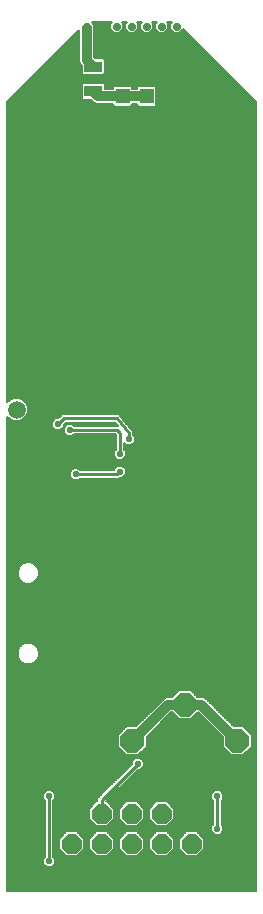
<source format=gbl>
G75*
%MOIN*%
%OFA0B0*%
%FSLAX25Y25*%
%IPPOS*%
%LPD*%
%AMOC8*
5,1,8,0,0,1.08239X$1,22.5*
%
%ADD10OC8,0.06600*%
%ADD11OC8,0.02560*%
%ADD12C,0.05906*%
%ADD13OC8,0.07800*%
%ADD14R,0.06000X0.03800*%
%ADD15R,0.12598X0.02756*%
%ADD16R,0.04528X0.05118*%
%ADD17C,0.01000*%
%ADD18C,0.02181*%
%ADD19C,0.00630*%
%ADD20C,0.03200*%
D10*
X0094504Y0066197D03*
X0094504Y0076197D03*
X0104504Y0076197D03*
X0104504Y0066197D03*
X0114504Y0066197D03*
X0114504Y0076197D03*
X0124504Y0076197D03*
X0124504Y0066197D03*
X0134504Y0066197D03*
X0134504Y0076197D03*
D11*
X0129504Y0338559D03*
X0124504Y0338559D03*
X0119504Y0338559D03*
X0114504Y0338559D03*
X0109504Y0338559D03*
X0104504Y0338559D03*
X0099504Y0338559D03*
D12*
X0076118Y0235567D03*
X0076118Y0210961D03*
D13*
X0114720Y0307535D03*
X0132220Y0295535D03*
X0149720Y0307535D03*
X0132220Y0112535D03*
X0114720Y0100535D03*
X0149720Y0100535D03*
D14*
X0101709Y0317097D03*
X0101709Y0325297D03*
D15*
X0115488Y0321197D03*
D16*
X0119524Y0315390D03*
X0111453Y0315390D03*
X0111453Y0327004D03*
X0119524Y0327004D03*
D17*
X0099504Y0338230D02*
X0099504Y0338559D01*
X0091866Y0208008D02*
X0109583Y0208008D01*
X0113520Y0203087D01*
X0113520Y0201118D01*
X0110567Y0203087D02*
X0110567Y0196197D01*
X0110567Y0190291D02*
X0109583Y0189307D01*
X0095803Y0189307D01*
X0093835Y0204071D02*
X0109583Y0204071D01*
X0110567Y0203087D01*
X0091866Y0208008D02*
X0089898Y0206039D01*
X0116472Y0092850D02*
X0104504Y0080882D01*
X0104504Y0076197D01*
X0086945Y0082024D02*
X0086945Y0060370D01*
X0143047Y0071197D02*
X0143047Y0082024D01*
D18*
X0143047Y0082024D03*
X0143047Y0071197D03*
X0116472Y0092850D03*
X0086945Y0082024D03*
X0086945Y0060370D03*
X0095803Y0189307D03*
X0098756Y0193244D03*
X0100724Y0196197D03*
X0098756Y0199150D03*
X0102693Y0199150D03*
X0102693Y0193244D03*
X0110567Y0190291D03*
X0110567Y0196197D03*
X0113520Y0201118D03*
X0093835Y0204071D03*
X0089898Y0206039D03*
X0105646Y0307417D03*
D19*
X0073012Y0208597D02*
X0073012Y0050374D01*
X0155996Y0050374D01*
X0155996Y0313555D01*
X0131699Y0337852D01*
X0131699Y0337650D01*
X0130413Y0336364D01*
X0128595Y0336364D01*
X0127309Y0337650D01*
X0127309Y0339468D01*
X0127892Y0340051D01*
X0126116Y0340051D01*
X0126699Y0339468D01*
X0126699Y0337650D01*
X0125413Y0336364D01*
X0123595Y0336364D01*
X0122309Y0337650D01*
X0122309Y0339468D01*
X0122892Y0340051D01*
X0121116Y0340051D01*
X0121699Y0339468D01*
X0121699Y0337650D01*
X0120413Y0336364D01*
X0118595Y0336364D01*
X0117309Y0337650D01*
X0117309Y0339468D01*
X0117892Y0340051D01*
X0116116Y0340051D01*
X0116699Y0339468D01*
X0116699Y0337650D01*
X0115413Y0336364D01*
X0113595Y0336364D01*
X0112309Y0337650D01*
X0112309Y0339468D01*
X0112892Y0340051D01*
X0111116Y0340051D01*
X0111699Y0339468D01*
X0111699Y0337650D01*
X0110413Y0336364D01*
X0108595Y0336364D01*
X0107309Y0337650D01*
X0107309Y0339468D01*
X0107892Y0340051D01*
X0101240Y0340051D01*
X0101636Y0339655D01*
X0102019Y0338730D01*
X0102019Y0328543D01*
X0102450Y0328112D01*
X0105088Y0328112D01*
X0105624Y0327576D01*
X0105624Y0323018D01*
X0105088Y0322482D01*
X0098330Y0322482D01*
X0097794Y0323018D01*
X0097794Y0325655D01*
X0097372Y0326077D01*
X0096989Y0327001D01*
X0096989Y0337532D01*
X0073012Y0313555D01*
X0073012Y0213324D01*
X0073927Y0214240D01*
X0075349Y0214828D01*
X0076887Y0214828D01*
X0078309Y0214240D01*
X0079397Y0213152D01*
X0079986Y0211730D01*
X0079986Y0210191D01*
X0079397Y0208770D01*
X0078309Y0207682D01*
X0076887Y0207093D01*
X0075349Y0207093D01*
X0073927Y0207682D01*
X0073012Y0208597D01*
X0073012Y0208181D02*
X0073428Y0208181D01*
X0073012Y0207552D02*
X0074239Y0207552D01*
X0073012Y0206924D02*
X0087946Y0206924D01*
X0087892Y0206870D02*
X0087892Y0205209D01*
X0089067Y0204034D01*
X0090728Y0204034D01*
X0091903Y0205209D01*
X0091903Y0206044D01*
X0092452Y0206593D01*
X0108903Y0206593D01*
X0109788Y0205486D01*
X0095256Y0205486D01*
X0094665Y0206076D01*
X0093004Y0206076D01*
X0091829Y0204902D01*
X0091829Y0203240D01*
X0093004Y0202065D01*
X0094665Y0202065D01*
X0095256Y0202656D01*
X0108997Y0202656D01*
X0109152Y0202501D01*
X0109152Y0197618D01*
X0108561Y0197028D01*
X0108561Y0195366D01*
X0109736Y0194191D01*
X0111398Y0194191D01*
X0112572Y0195366D01*
X0112572Y0197028D01*
X0111982Y0197618D01*
X0111982Y0199820D01*
X0112689Y0199113D01*
X0114350Y0199113D01*
X0115525Y0200287D01*
X0115525Y0201949D01*
X0114935Y0202539D01*
X0114935Y0203008D01*
X0114991Y0203513D01*
X0114935Y0203583D01*
X0114935Y0203673D01*
X0114576Y0204032D01*
X0110998Y0208504D01*
X0110998Y0208594D01*
X0110639Y0208953D01*
X0110321Y0209349D01*
X0110232Y0209359D01*
X0110169Y0209423D01*
X0109661Y0209423D01*
X0109156Y0209479D01*
X0109086Y0209423D01*
X0091280Y0209423D01*
X0090451Y0208594D01*
X0089902Y0208045D01*
X0089067Y0208045D01*
X0087892Y0206870D01*
X0087892Y0206296D02*
X0073012Y0206296D01*
X0073012Y0205667D02*
X0087892Y0205667D01*
X0088062Y0205039D02*
X0073012Y0205039D01*
X0073012Y0204410D02*
X0088690Y0204410D01*
X0091105Y0204410D02*
X0091829Y0204410D01*
X0091829Y0203782D02*
X0073012Y0203782D01*
X0073012Y0203153D02*
X0091916Y0203153D01*
X0092544Y0202525D02*
X0073012Y0202525D01*
X0073012Y0201897D02*
X0109152Y0201897D01*
X0109127Y0202525D02*
X0095125Y0202525D01*
X0095075Y0205667D02*
X0109643Y0205667D01*
X0109140Y0206296D02*
X0092155Y0206296D01*
X0091903Y0205667D02*
X0092595Y0205667D01*
X0091966Y0205039D02*
X0091733Y0205039D01*
X0090038Y0208181D02*
X0078808Y0208181D01*
X0079413Y0208809D02*
X0090667Y0208809D01*
X0088575Y0207552D02*
X0077997Y0207552D01*
X0079674Y0209438D02*
X0109105Y0209438D01*
X0109526Y0209438D02*
X0155996Y0209438D01*
X0155996Y0210066D02*
X0079934Y0210066D01*
X0079986Y0210695D02*
X0155996Y0210695D01*
X0155996Y0211323D02*
X0079986Y0211323D01*
X0079894Y0211952D02*
X0155996Y0211952D01*
X0155996Y0212580D02*
X0079634Y0212580D01*
X0079340Y0213208D02*
X0155996Y0213208D01*
X0155996Y0213837D02*
X0078712Y0213837D01*
X0077764Y0214465D02*
X0155996Y0214465D01*
X0155996Y0215094D02*
X0073012Y0215094D01*
X0073012Y0215722D02*
X0155996Y0215722D01*
X0155996Y0216351D02*
X0073012Y0216351D01*
X0073012Y0216979D02*
X0155996Y0216979D01*
X0155996Y0217607D02*
X0073012Y0217607D01*
X0073012Y0218236D02*
X0155996Y0218236D01*
X0155996Y0218864D02*
X0073012Y0218864D01*
X0073012Y0219493D02*
X0155996Y0219493D01*
X0155996Y0220121D02*
X0073012Y0220121D01*
X0073012Y0220750D02*
X0155996Y0220750D01*
X0155996Y0221378D02*
X0073012Y0221378D01*
X0073012Y0222006D02*
X0155996Y0222006D01*
X0155996Y0222635D02*
X0073012Y0222635D01*
X0073012Y0223263D02*
X0155996Y0223263D01*
X0155996Y0223892D02*
X0073012Y0223892D01*
X0073012Y0224520D02*
X0155996Y0224520D01*
X0155996Y0225149D02*
X0073012Y0225149D01*
X0073012Y0225777D02*
X0155996Y0225777D01*
X0155996Y0226405D02*
X0073012Y0226405D01*
X0073012Y0227034D02*
X0155996Y0227034D01*
X0155996Y0227662D02*
X0073012Y0227662D01*
X0073012Y0228291D02*
X0155996Y0228291D01*
X0155996Y0228919D02*
X0073012Y0228919D01*
X0073012Y0229548D02*
X0155996Y0229548D01*
X0155996Y0230176D02*
X0073012Y0230176D01*
X0073012Y0230805D02*
X0155996Y0230805D01*
X0155996Y0231433D02*
X0073012Y0231433D01*
X0073012Y0232061D02*
X0155996Y0232061D01*
X0155996Y0232690D02*
X0073012Y0232690D01*
X0073012Y0233318D02*
X0155996Y0233318D01*
X0155996Y0233947D02*
X0073012Y0233947D01*
X0073012Y0234575D02*
X0155996Y0234575D01*
X0155996Y0235204D02*
X0073012Y0235204D01*
X0073012Y0235832D02*
X0155996Y0235832D01*
X0155996Y0236460D02*
X0073012Y0236460D01*
X0073012Y0237089D02*
X0155996Y0237089D01*
X0155996Y0237717D02*
X0073012Y0237717D01*
X0073012Y0238346D02*
X0155996Y0238346D01*
X0155996Y0238974D02*
X0073012Y0238974D01*
X0073012Y0239603D02*
X0155996Y0239603D01*
X0155996Y0240231D02*
X0073012Y0240231D01*
X0073012Y0240859D02*
X0155996Y0240859D01*
X0155996Y0241488D02*
X0073012Y0241488D01*
X0073012Y0242116D02*
X0155996Y0242116D01*
X0155996Y0242745D02*
X0073012Y0242745D01*
X0073012Y0243373D02*
X0155996Y0243373D01*
X0155996Y0244002D02*
X0073012Y0244002D01*
X0073012Y0244630D02*
X0155996Y0244630D01*
X0155996Y0245258D02*
X0073012Y0245258D01*
X0073012Y0245887D02*
X0155996Y0245887D01*
X0155996Y0246515D02*
X0073012Y0246515D01*
X0073012Y0247144D02*
X0155996Y0247144D01*
X0155996Y0247772D02*
X0073012Y0247772D01*
X0073012Y0248401D02*
X0155996Y0248401D01*
X0155996Y0249029D02*
X0073012Y0249029D01*
X0073012Y0249657D02*
X0155996Y0249657D01*
X0155996Y0250286D02*
X0073012Y0250286D01*
X0073012Y0250914D02*
X0155996Y0250914D01*
X0155996Y0251543D02*
X0073012Y0251543D01*
X0073012Y0252171D02*
X0155996Y0252171D01*
X0155996Y0252800D02*
X0073012Y0252800D01*
X0073012Y0253428D02*
X0155996Y0253428D01*
X0155996Y0254057D02*
X0073012Y0254057D01*
X0073012Y0254685D02*
X0155996Y0254685D01*
X0155996Y0255313D02*
X0073012Y0255313D01*
X0073012Y0255942D02*
X0155996Y0255942D01*
X0155996Y0256570D02*
X0073012Y0256570D01*
X0073012Y0257199D02*
X0155996Y0257199D01*
X0155996Y0257827D02*
X0073012Y0257827D01*
X0073012Y0258456D02*
X0155996Y0258456D01*
X0155996Y0259084D02*
X0073012Y0259084D01*
X0073012Y0259712D02*
X0155996Y0259712D01*
X0155996Y0260341D02*
X0073012Y0260341D01*
X0073012Y0260969D02*
X0155996Y0260969D01*
X0155996Y0261598D02*
X0073012Y0261598D01*
X0073012Y0262226D02*
X0155996Y0262226D01*
X0155996Y0262855D02*
X0073012Y0262855D01*
X0073012Y0263483D02*
X0155996Y0263483D01*
X0155996Y0264111D02*
X0073012Y0264111D01*
X0073012Y0264740D02*
X0155996Y0264740D01*
X0155996Y0265368D02*
X0073012Y0265368D01*
X0073012Y0265997D02*
X0155996Y0265997D01*
X0155996Y0266625D02*
X0073012Y0266625D01*
X0073012Y0267254D02*
X0155996Y0267254D01*
X0155996Y0267882D02*
X0073012Y0267882D01*
X0073012Y0268510D02*
X0155996Y0268510D01*
X0155996Y0269139D02*
X0073012Y0269139D01*
X0073012Y0269767D02*
X0155996Y0269767D01*
X0155996Y0270396D02*
X0073012Y0270396D01*
X0073012Y0271024D02*
X0155996Y0271024D01*
X0155996Y0271653D02*
X0073012Y0271653D01*
X0073012Y0272281D02*
X0155996Y0272281D01*
X0155996Y0272909D02*
X0073012Y0272909D01*
X0073012Y0273538D02*
X0155996Y0273538D01*
X0155996Y0274166D02*
X0073012Y0274166D01*
X0073012Y0274795D02*
X0155996Y0274795D01*
X0155996Y0275423D02*
X0073012Y0275423D01*
X0073012Y0276052D02*
X0155996Y0276052D01*
X0155996Y0276680D02*
X0073012Y0276680D01*
X0073012Y0277309D02*
X0155996Y0277309D01*
X0155996Y0277937D02*
X0073012Y0277937D01*
X0073012Y0278565D02*
X0155996Y0278565D01*
X0155996Y0279194D02*
X0073012Y0279194D01*
X0073012Y0279822D02*
X0155996Y0279822D01*
X0155996Y0280451D02*
X0073012Y0280451D01*
X0073012Y0281079D02*
X0155996Y0281079D01*
X0155996Y0281708D02*
X0073012Y0281708D01*
X0073012Y0282336D02*
X0155996Y0282336D01*
X0155996Y0282964D02*
X0073012Y0282964D01*
X0073012Y0283593D02*
X0155996Y0283593D01*
X0155996Y0284221D02*
X0073012Y0284221D01*
X0073012Y0284850D02*
X0155996Y0284850D01*
X0155996Y0285478D02*
X0073012Y0285478D01*
X0073012Y0286107D02*
X0155996Y0286107D01*
X0155996Y0286735D02*
X0073012Y0286735D01*
X0073012Y0287363D02*
X0155996Y0287363D01*
X0155996Y0287992D02*
X0073012Y0287992D01*
X0073012Y0288620D02*
X0155996Y0288620D01*
X0155996Y0289249D02*
X0073012Y0289249D01*
X0073012Y0289877D02*
X0155996Y0289877D01*
X0155996Y0290506D02*
X0073012Y0290506D01*
X0073012Y0291134D02*
X0155996Y0291134D01*
X0155996Y0291762D02*
X0073012Y0291762D01*
X0073012Y0292391D02*
X0155996Y0292391D01*
X0155996Y0293019D02*
X0073012Y0293019D01*
X0073012Y0293648D02*
X0155996Y0293648D01*
X0155996Y0294276D02*
X0073012Y0294276D01*
X0073012Y0294905D02*
X0155996Y0294905D01*
X0155996Y0295533D02*
X0073012Y0295533D01*
X0073012Y0296161D02*
X0155996Y0296161D01*
X0155996Y0296790D02*
X0073012Y0296790D01*
X0073012Y0297418D02*
X0155996Y0297418D01*
X0155996Y0298047D02*
X0073012Y0298047D01*
X0073012Y0298675D02*
X0155996Y0298675D01*
X0155996Y0299304D02*
X0073012Y0299304D01*
X0073012Y0299932D02*
X0155996Y0299932D01*
X0155996Y0300561D02*
X0073012Y0300561D01*
X0073012Y0301189D02*
X0155996Y0301189D01*
X0155996Y0301817D02*
X0073012Y0301817D01*
X0073012Y0302446D02*
X0155996Y0302446D01*
X0155996Y0303074D02*
X0073012Y0303074D01*
X0073012Y0303703D02*
X0155996Y0303703D01*
X0155996Y0304331D02*
X0073012Y0304331D01*
X0073012Y0304960D02*
X0155996Y0304960D01*
X0155996Y0305588D02*
X0073012Y0305588D01*
X0073012Y0306216D02*
X0155996Y0306216D01*
X0155996Y0306845D02*
X0073012Y0306845D01*
X0073012Y0307473D02*
X0155996Y0307473D01*
X0155996Y0308102D02*
X0073012Y0308102D01*
X0073012Y0308730D02*
X0155996Y0308730D01*
X0155996Y0309359D02*
X0073012Y0309359D01*
X0073012Y0309987D02*
X0155996Y0309987D01*
X0155996Y0310615D02*
X0073012Y0310615D01*
X0073012Y0311244D02*
X0155996Y0311244D01*
X0155996Y0311872D02*
X0073012Y0311872D01*
X0073012Y0312501D02*
X0108274Y0312501D01*
X0108274Y0312452D02*
X0108810Y0311916D01*
X0114096Y0311916D01*
X0114631Y0312452D01*
X0114631Y0312875D01*
X0116345Y0312875D01*
X0116345Y0312452D01*
X0116881Y0311916D01*
X0122166Y0311916D01*
X0122702Y0312452D01*
X0122702Y0318328D01*
X0122166Y0318864D01*
X0116881Y0318864D01*
X0116345Y0318328D01*
X0116345Y0317905D01*
X0114631Y0317905D01*
X0114631Y0318328D01*
X0114096Y0318864D01*
X0108810Y0318864D01*
X0108274Y0318328D01*
X0108274Y0317905D01*
X0105624Y0317905D01*
X0105624Y0319376D01*
X0105088Y0319912D01*
X0098330Y0319912D01*
X0097794Y0319376D01*
X0097794Y0314818D01*
X0098330Y0314282D01*
X0100967Y0314282D01*
X0101284Y0313965D01*
X0101991Y0313258D01*
X0102915Y0312875D01*
X0108274Y0312875D01*
X0108274Y0312452D01*
X0108274Y0318157D02*
X0105624Y0318157D01*
X0105624Y0318785D02*
X0108731Y0318785D01*
X0105586Y0319413D02*
X0150138Y0319413D01*
X0150766Y0318785D02*
X0122245Y0318785D01*
X0122702Y0318157D02*
X0151395Y0318157D01*
X0152023Y0317528D02*
X0122702Y0317528D01*
X0122702Y0316900D02*
X0152652Y0316900D01*
X0153280Y0316271D02*
X0122702Y0316271D01*
X0122702Y0315643D02*
X0153908Y0315643D01*
X0154537Y0315014D02*
X0122702Y0315014D01*
X0122702Y0314386D02*
X0155165Y0314386D01*
X0155794Y0313758D02*
X0122702Y0313758D01*
X0122702Y0313129D02*
X0155996Y0313129D01*
X0155996Y0312501D02*
X0122702Y0312501D01*
X0116345Y0312501D02*
X0114631Y0312501D01*
X0114631Y0318157D02*
X0116345Y0318157D01*
X0116802Y0318785D02*
X0114174Y0318785D01*
X0105624Y0323184D02*
X0146367Y0323184D01*
X0145739Y0323813D02*
X0105624Y0323813D01*
X0105624Y0324441D02*
X0145110Y0324441D01*
X0144482Y0325069D02*
X0105624Y0325069D01*
X0105624Y0325698D02*
X0143854Y0325698D01*
X0143225Y0326326D02*
X0105624Y0326326D01*
X0105624Y0326955D02*
X0142597Y0326955D01*
X0141968Y0327583D02*
X0105616Y0327583D01*
X0102351Y0328212D02*
X0141340Y0328212D01*
X0140711Y0328840D02*
X0102019Y0328840D01*
X0102019Y0329468D02*
X0140083Y0329468D01*
X0139455Y0330097D02*
X0102019Y0330097D01*
X0102019Y0330725D02*
X0138826Y0330725D01*
X0138198Y0331354D02*
X0102019Y0331354D01*
X0102019Y0331982D02*
X0137569Y0331982D01*
X0136941Y0332611D02*
X0102019Y0332611D01*
X0102019Y0333239D02*
X0136312Y0333239D01*
X0135684Y0333867D02*
X0102019Y0333867D01*
X0102019Y0334496D02*
X0135055Y0334496D01*
X0134427Y0335124D02*
X0102019Y0335124D01*
X0102019Y0335753D02*
X0133799Y0335753D01*
X0133170Y0336381D02*
X0130430Y0336381D01*
X0131059Y0337010D02*
X0132542Y0337010D01*
X0131913Y0337638D02*
X0131687Y0337638D01*
X0128578Y0336381D02*
X0125430Y0336381D01*
X0126059Y0337010D02*
X0127949Y0337010D01*
X0127321Y0337638D02*
X0126687Y0337638D01*
X0126699Y0338266D02*
X0127309Y0338266D01*
X0127309Y0338895D02*
X0126699Y0338895D01*
X0126644Y0339523D02*
X0127364Y0339523D01*
X0123578Y0336381D02*
X0120430Y0336381D01*
X0121059Y0337010D02*
X0122949Y0337010D01*
X0122321Y0337638D02*
X0121687Y0337638D01*
X0121699Y0338266D02*
X0122309Y0338266D01*
X0122309Y0338895D02*
X0121699Y0338895D01*
X0121644Y0339523D02*
X0122364Y0339523D01*
X0118578Y0336381D02*
X0115430Y0336381D01*
X0116059Y0337010D02*
X0117949Y0337010D01*
X0117321Y0337638D02*
X0116687Y0337638D01*
X0116699Y0338266D02*
X0117309Y0338266D01*
X0117309Y0338895D02*
X0116699Y0338895D01*
X0116644Y0339523D02*
X0117364Y0339523D01*
X0113578Y0336381D02*
X0110430Y0336381D01*
X0111059Y0337010D02*
X0112949Y0337010D01*
X0112321Y0337638D02*
X0111687Y0337638D01*
X0111699Y0338266D02*
X0112309Y0338266D01*
X0112309Y0338895D02*
X0111699Y0338895D01*
X0111644Y0339523D02*
X0112364Y0339523D01*
X0108578Y0336381D02*
X0102019Y0336381D01*
X0102019Y0337010D02*
X0107949Y0337010D01*
X0107321Y0337638D02*
X0102019Y0337638D01*
X0102019Y0338266D02*
X0107309Y0338266D01*
X0107309Y0338895D02*
X0101951Y0338895D01*
X0101690Y0339523D02*
X0107364Y0339523D01*
X0096989Y0337010D02*
X0096466Y0337010D01*
X0096989Y0336381D02*
X0095838Y0336381D01*
X0095209Y0335753D02*
X0096989Y0335753D01*
X0096989Y0335124D02*
X0094581Y0335124D01*
X0093952Y0334496D02*
X0096989Y0334496D01*
X0096989Y0333867D02*
X0093324Y0333867D01*
X0092695Y0333239D02*
X0096989Y0333239D01*
X0096989Y0332611D02*
X0092067Y0332611D01*
X0091439Y0331982D02*
X0096989Y0331982D01*
X0096989Y0331354D02*
X0090810Y0331354D01*
X0090182Y0330725D02*
X0096989Y0330725D01*
X0096989Y0330097D02*
X0089553Y0330097D01*
X0088925Y0329468D02*
X0096989Y0329468D01*
X0096989Y0328840D02*
X0088296Y0328840D01*
X0087668Y0328212D02*
X0096989Y0328212D01*
X0096989Y0327583D02*
X0087040Y0327583D01*
X0086411Y0326955D02*
X0097008Y0326955D01*
X0097269Y0326326D02*
X0085783Y0326326D01*
X0085154Y0325698D02*
X0097751Y0325698D01*
X0097794Y0325069D02*
X0084526Y0325069D01*
X0083897Y0324441D02*
X0097794Y0324441D01*
X0097794Y0323813D02*
X0083269Y0323813D01*
X0082641Y0323184D02*
X0097794Y0323184D01*
X0098256Y0322556D02*
X0082012Y0322556D01*
X0081384Y0321927D02*
X0147624Y0321927D01*
X0148253Y0321299D02*
X0080755Y0321299D01*
X0080127Y0320670D02*
X0148881Y0320670D01*
X0149509Y0320042D02*
X0079498Y0320042D01*
X0078870Y0319413D02*
X0097831Y0319413D01*
X0097794Y0318785D02*
X0078242Y0318785D01*
X0077613Y0318157D02*
X0097794Y0318157D01*
X0097794Y0317528D02*
X0076985Y0317528D01*
X0076356Y0316900D02*
X0097794Y0316900D01*
X0097794Y0316271D02*
X0075728Y0316271D01*
X0075099Y0315643D02*
X0097794Y0315643D01*
X0097794Y0315014D02*
X0074471Y0315014D01*
X0073843Y0314386D02*
X0098226Y0314386D01*
X0101491Y0313758D02*
X0073214Y0313758D01*
X0073012Y0313129D02*
X0102301Y0313129D01*
X0105161Y0322556D02*
X0146996Y0322556D01*
X0155996Y0208809D02*
X0110782Y0208809D01*
X0111256Y0208181D02*
X0155996Y0208181D01*
X0155996Y0207552D02*
X0111759Y0207552D01*
X0112262Y0206924D02*
X0155996Y0206924D01*
X0155996Y0206296D02*
X0112764Y0206296D01*
X0113267Y0205667D02*
X0155996Y0205667D01*
X0155996Y0205039D02*
X0113770Y0205039D01*
X0114273Y0204410D02*
X0155996Y0204410D01*
X0155996Y0203782D02*
X0114825Y0203782D01*
X0114951Y0203153D02*
X0155996Y0203153D01*
X0155996Y0202525D02*
X0114949Y0202525D01*
X0115525Y0201897D02*
X0155996Y0201897D01*
X0155996Y0201268D02*
X0115525Y0201268D01*
X0115525Y0200640D02*
X0155996Y0200640D01*
X0155996Y0200011D02*
X0115249Y0200011D01*
X0114621Y0199383D02*
X0155996Y0199383D01*
X0155996Y0198754D02*
X0111982Y0198754D01*
X0111982Y0198126D02*
X0155996Y0198126D01*
X0155996Y0197498D02*
X0112102Y0197498D01*
X0112572Y0196869D02*
X0155996Y0196869D01*
X0155996Y0196241D02*
X0112572Y0196241D01*
X0112572Y0195612D02*
X0155996Y0195612D01*
X0155996Y0194984D02*
X0112190Y0194984D01*
X0111562Y0194355D02*
X0155996Y0194355D01*
X0155996Y0193727D02*
X0073012Y0193727D01*
X0073012Y0194355D02*
X0109572Y0194355D01*
X0108944Y0194984D02*
X0073012Y0194984D01*
X0073012Y0195612D02*
X0108561Y0195612D01*
X0108561Y0196241D02*
X0073012Y0196241D01*
X0073012Y0196869D02*
X0108561Y0196869D01*
X0109031Y0197498D02*
X0073012Y0197498D01*
X0073012Y0198126D02*
X0109152Y0198126D01*
X0109152Y0198754D02*
X0073012Y0198754D01*
X0073012Y0199383D02*
X0109152Y0199383D01*
X0109152Y0200011D02*
X0073012Y0200011D01*
X0073012Y0200640D02*
X0109152Y0200640D01*
X0109152Y0201268D02*
X0073012Y0201268D01*
X0073012Y0193099D02*
X0155996Y0193099D01*
X0155996Y0192470D02*
X0073012Y0192470D01*
X0073012Y0191842D02*
X0109281Y0191842D01*
X0109736Y0192297D02*
X0108561Y0191122D01*
X0108561Y0190722D01*
X0097224Y0190722D01*
X0096634Y0191313D01*
X0094972Y0191313D01*
X0093798Y0190138D01*
X0093798Y0188476D01*
X0094972Y0187302D01*
X0096634Y0187302D01*
X0097224Y0187892D01*
X0110169Y0187892D01*
X0110562Y0188286D01*
X0111398Y0188286D01*
X0112572Y0189461D01*
X0112572Y0191122D01*
X0111398Y0192297D01*
X0109736Y0192297D01*
X0108653Y0191213D02*
X0096733Y0191213D01*
X0094873Y0191213D02*
X0073012Y0191213D01*
X0073012Y0190585D02*
X0094245Y0190585D01*
X0093798Y0189956D02*
X0073012Y0189956D01*
X0073012Y0189328D02*
X0093798Y0189328D01*
X0093798Y0188700D02*
X0073012Y0188700D01*
X0073012Y0188071D02*
X0094203Y0188071D01*
X0094831Y0187443D02*
X0073012Y0187443D01*
X0073012Y0186814D02*
X0155996Y0186814D01*
X0155996Y0186186D02*
X0073012Y0186186D01*
X0073012Y0185557D02*
X0155996Y0185557D01*
X0155996Y0184929D02*
X0073012Y0184929D01*
X0073012Y0184300D02*
X0155996Y0184300D01*
X0155996Y0183672D02*
X0073012Y0183672D01*
X0073012Y0183044D02*
X0155996Y0183044D01*
X0155996Y0182415D02*
X0073012Y0182415D01*
X0073012Y0181787D02*
X0155996Y0181787D01*
X0155996Y0181158D02*
X0073012Y0181158D01*
X0073012Y0180530D02*
X0155996Y0180530D01*
X0155996Y0179901D02*
X0073012Y0179901D01*
X0073012Y0179273D02*
X0155996Y0179273D01*
X0155996Y0178645D02*
X0073012Y0178645D01*
X0073012Y0178016D02*
X0155996Y0178016D01*
X0155996Y0177388D02*
X0073012Y0177388D01*
X0073012Y0176759D02*
X0155996Y0176759D01*
X0155996Y0176131D02*
X0073012Y0176131D01*
X0073012Y0175502D02*
X0155996Y0175502D01*
X0155996Y0174874D02*
X0073012Y0174874D01*
X0073012Y0174246D02*
X0155996Y0174246D01*
X0155996Y0173617D02*
X0073012Y0173617D01*
X0073012Y0172989D02*
X0155996Y0172989D01*
X0155996Y0172360D02*
X0073012Y0172360D01*
X0073012Y0171732D02*
X0155996Y0171732D01*
X0155996Y0171103D02*
X0073012Y0171103D01*
X0073012Y0170475D02*
X0155996Y0170475D01*
X0155996Y0169847D02*
X0073012Y0169847D01*
X0073012Y0169218D02*
X0155996Y0169218D01*
X0155996Y0168590D02*
X0073012Y0168590D01*
X0073012Y0167961D02*
X0155996Y0167961D01*
X0155996Y0167333D02*
X0073012Y0167333D01*
X0073012Y0166704D02*
X0155996Y0166704D01*
X0155996Y0166076D02*
X0073012Y0166076D01*
X0073012Y0165448D02*
X0155996Y0165448D01*
X0155996Y0164819D02*
X0073012Y0164819D01*
X0073012Y0164191D02*
X0155996Y0164191D01*
X0155996Y0163562D02*
X0073012Y0163562D01*
X0073012Y0162934D02*
X0155996Y0162934D01*
X0155996Y0162305D02*
X0073012Y0162305D01*
X0073012Y0161677D02*
X0155996Y0161677D01*
X0155996Y0161048D02*
X0073012Y0161048D01*
X0073012Y0160420D02*
X0155996Y0160420D01*
X0155996Y0159792D02*
X0081319Y0159792D01*
X0080769Y0160020D02*
X0079342Y0160020D01*
X0078023Y0159474D01*
X0077015Y0158465D01*
X0076469Y0157146D01*
X0076469Y0155720D01*
X0077015Y0154401D01*
X0078023Y0153392D01*
X0079342Y0152846D01*
X0080769Y0152846D01*
X0082087Y0153392D01*
X0083096Y0154401D01*
X0083642Y0155720D01*
X0083642Y0157146D01*
X0083096Y0158465D01*
X0082087Y0159474D01*
X0080769Y0160020D01*
X0082397Y0159163D02*
X0155996Y0159163D01*
X0155996Y0158535D02*
X0083026Y0158535D01*
X0083327Y0157906D02*
X0155996Y0157906D01*
X0155996Y0157278D02*
X0083587Y0157278D01*
X0083642Y0156649D02*
X0155996Y0156649D01*
X0155996Y0156021D02*
X0083642Y0156021D01*
X0083506Y0155393D02*
X0155996Y0155393D01*
X0155996Y0154764D02*
X0083246Y0154764D01*
X0082830Y0154136D02*
X0155996Y0154136D01*
X0155996Y0153507D02*
X0082202Y0153507D01*
X0080847Y0152879D02*
X0155996Y0152879D01*
X0155996Y0152250D02*
X0073012Y0152250D01*
X0073012Y0151622D02*
X0155996Y0151622D01*
X0155996Y0150994D02*
X0073012Y0150994D01*
X0073012Y0150365D02*
X0155996Y0150365D01*
X0155996Y0149737D02*
X0073012Y0149737D01*
X0073012Y0149108D02*
X0155996Y0149108D01*
X0155996Y0148480D02*
X0073012Y0148480D01*
X0073012Y0147851D02*
X0155996Y0147851D01*
X0155996Y0147223D02*
X0073012Y0147223D01*
X0073012Y0146595D02*
X0155996Y0146595D01*
X0155996Y0145966D02*
X0073012Y0145966D01*
X0073012Y0145338D02*
X0155996Y0145338D01*
X0155996Y0144709D02*
X0073012Y0144709D01*
X0073012Y0144081D02*
X0155996Y0144081D01*
X0155996Y0143452D02*
X0073012Y0143452D01*
X0073012Y0142824D02*
X0155996Y0142824D01*
X0155996Y0142196D02*
X0073012Y0142196D01*
X0073012Y0141567D02*
X0155996Y0141567D01*
X0155996Y0140939D02*
X0073012Y0140939D01*
X0073012Y0140310D02*
X0155996Y0140310D01*
X0155996Y0139682D02*
X0073012Y0139682D01*
X0073012Y0139053D02*
X0155996Y0139053D01*
X0155996Y0138425D02*
X0073012Y0138425D01*
X0073012Y0137796D02*
X0155996Y0137796D01*
X0155996Y0137168D02*
X0073012Y0137168D01*
X0073012Y0136540D02*
X0155996Y0136540D01*
X0155996Y0135911D02*
X0073012Y0135911D01*
X0073012Y0135283D02*
X0155996Y0135283D01*
X0155996Y0134654D02*
X0073012Y0134654D01*
X0073012Y0134026D02*
X0155996Y0134026D01*
X0155996Y0133397D02*
X0073012Y0133397D01*
X0073012Y0132769D02*
X0078185Y0132769D01*
X0078023Y0132702D02*
X0077015Y0131693D01*
X0076469Y0130375D01*
X0076469Y0128948D01*
X0077015Y0127630D01*
X0078023Y0126621D01*
X0079342Y0126075D01*
X0080769Y0126075D01*
X0082087Y0126621D01*
X0083096Y0127630D01*
X0083642Y0128948D01*
X0083642Y0130375D01*
X0083096Y0131693D01*
X0082087Y0132702D01*
X0080769Y0133248D01*
X0079342Y0133248D01*
X0078023Y0132702D01*
X0077462Y0132141D02*
X0073012Y0132141D01*
X0073012Y0131512D02*
X0076940Y0131512D01*
X0076679Y0130884D02*
X0073012Y0130884D01*
X0073012Y0130255D02*
X0076469Y0130255D01*
X0076469Y0129627D02*
X0073012Y0129627D01*
X0073012Y0128998D02*
X0076469Y0128998D01*
X0076708Y0128370D02*
X0073012Y0128370D01*
X0073012Y0127742D02*
X0076968Y0127742D01*
X0077531Y0127113D02*
X0073012Y0127113D01*
X0073012Y0126485D02*
X0078352Y0126485D01*
X0081758Y0126485D02*
X0155996Y0126485D01*
X0155996Y0127113D02*
X0082579Y0127113D01*
X0083142Y0127742D02*
X0155996Y0127742D01*
X0155996Y0128370D02*
X0083402Y0128370D01*
X0083642Y0128998D02*
X0155996Y0128998D01*
X0155996Y0129627D02*
X0083642Y0129627D01*
X0083642Y0130255D02*
X0155996Y0130255D01*
X0155996Y0130884D02*
X0083431Y0130884D01*
X0083171Y0131512D02*
X0155996Y0131512D01*
X0155996Y0132141D02*
X0082648Y0132141D01*
X0081925Y0132769D02*
X0155996Y0132769D01*
X0155996Y0125856D02*
X0073012Y0125856D01*
X0073012Y0125228D02*
X0155996Y0125228D01*
X0155996Y0124599D02*
X0073012Y0124599D01*
X0073012Y0123971D02*
X0155996Y0123971D01*
X0155996Y0123343D02*
X0073012Y0123343D01*
X0073012Y0122714D02*
X0155996Y0122714D01*
X0155996Y0122086D02*
X0073012Y0122086D01*
X0073012Y0121457D02*
X0155996Y0121457D01*
X0155996Y0120829D02*
X0073012Y0120829D01*
X0073012Y0120200D02*
X0155996Y0120200D01*
X0155996Y0119572D02*
X0073012Y0119572D01*
X0073012Y0118944D02*
X0155996Y0118944D01*
X0155996Y0118315D02*
X0073012Y0118315D01*
X0073012Y0117687D02*
X0155996Y0117687D01*
X0155996Y0117058D02*
X0134507Y0117058D01*
X0134215Y0117350D02*
X0130226Y0117350D01*
X0127926Y0115050D01*
X0126220Y0115050D01*
X0125296Y0114668D01*
X0124588Y0113960D01*
X0115979Y0105350D01*
X0112726Y0105350D01*
X0109906Y0102530D01*
X0109906Y0098541D01*
X0112726Y0095720D01*
X0116715Y0095720D01*
X0119535Y0098541D01*
X0119535Y0101794D01*
X0127762Y0110020D01*
X0127926Y0110020D01*
X0130226Y0107720D01*
X0134215Y0107720D01*
X0136515Y0110020D01*
X0136679Y0110020D01*
X0144906Y0101794D01*
X0144906Y0098541D01*
X0147726Y0095720D01*
X0151715Y0095720D01*
X0154535Y0098541D01*
X0154535Y0102530D01*
X0151715Y0105350D01*
X0148462Y0105350D01*
X0139145Y0114668D01*
X0138221Y0115050D01*
X0136515Y0115050D01*
X0134215Y0117350D01*
X0135135Y0116430D02*
X0155996Y0116430D01*
X0155996Y0115801D02*
X0135764Y0115801D01*
X0136392Y0115173D02*
X0155996Y0115173D01*
X0155996Y0114544D02*
X0139268Y0114544D01*
X0139897Y0113916D02*
X0155996Y0113916D01*
X0155996Y0113288D02*
X0140525Y0113288D01*
X0141153Y0112659D02*
X0155996Y0112659D01*
X0155996Y0112031D02*
X0141782Y0112031D01*
X0142410Y0111402D02*
X0155996Y0111402D01*
X0155996Y0110774D02*
X0143039Y0110774D01*
X0143667Y0110145D02*
X0155996Y0110145D01*
X0155996Y0109517D02*
X0144296Y0109517D01*
X0144924Y0108889D02*
X0155996Y0108889D01*
X0155996Y0108260D02*
X0145552Y0108260D01*
X0146181Y0107632D02*
X0155996Y0107632D01*
X0155996Y0107003D02*
X0146809Y0107003D01*
X0147438Y0106375D02*
X0155996Y0106375D01*
X0155996Y0105746D02*
X0148066Y0105746D01*
X0144906Y0101347D02*
X0119535Y0101347D01*
X0119535Y0100719D02*
X0144906Y0100719D01*
X0144906Y0100091D02*
X0119535Y0100091D01*
X0119535Y0099462D02*
X0144906Y0099462D01*
X0144906Y0098834D02*
X0119535Y0098834D01*
X0119200Y0098205D02*
X0145241Y0098205D01*
X0145870Y0097577D02*
X0118571Y0097577D01*
X0117943Y0096948D02*
X0146498Y0096948D01*
X0147127Y0096320D02*
X0117314Y0096320D01*
X0117303Y0094856D02*
X0115642Y0094856D01*
X0114467Y0093681D01*
X0114467Y0092846D01*
X0103089Y0081468D01*
X0103089Y0080412D01*
X0102758Y0080412D01*
X0100289Y0077943D01*
X0100289Y0074451D01*
X0102758Y0071982D01*
X0106250Y0071982D01*
X0108719Y0074451D01*
X0108719Y0077943D01*
X0106250Y0080412D01*
X0106035Y0080412D01*
X0116468Y0090845D01*
X0117303Y0090845D01*
X0118478Y0092020D01*
X0118478Y0093681D01*
X0117303Y0094856D01*
X0117724Y0094435D02*
X0155996Y0094435D01*
X0155996Y0095063D02*
X0073012Y0095063D01*
X0073012Y0094435D02*
X0115220Y0094435D01*
X0114592Y0093806D02*
X0073012Y0093806D01*
X0073012Y0093178D02*
X0114467Y0093178D01*
X0114170Y0092549D02*
X0073012Y0092549D01*
X0073012Y0091921D02*
X0113542Y0091921D01*
X0112913Y0091292D02*
X0073012Y0091292D01*
X0073012Y0090664D02*
X0112285Y0090664D01*
X0111657Y0090036D02*
X0073012Y0090036D01*
X0073012Y0089407D02*
X0111028Y0089407D01*
X0110400Y0088779D02*
X0073012Y0088779D01*
X0073012Y0088150D02*
X0109771Y0088150D01*
X0109143Y0087522D02*
X0073012Y0087522D01*
X0073012Y0086893D02*
X0108514Y0086893D01*
X0107886Y0086265D02*
X0073012Y0086265D01*
X0073012Y0085637D02*
X0107258Y0085637D01*
X0106629Y0085008D02*
X0073012Y0085008D01*
X0073012Y0084380D02*
X0106001Y0084380D01*
X0105372Y0083751D02*
X0088053Y0083751D01*
X0087776Y0084029D02*
X0088950Y0082854D01*
X0088950Y0081193D01*
X0088360Y0080602D01*
X0088360Y0061791D01*
X0088950Y0061201D01*
X0088950Y0059539D01*
X0087776Y0058365D01*
X0086114Y0058365D01*
X0084939Y0059539D01*
X0084939Y0061201D01*
X0085530Y0061791D01*
X0085530Y0080602D01*
X0084939Y0081193D01*
X0084939Y0082854D01*
X0086114Y0084029D01*
X0087776Y0084029D01*
X0088682Y0083123D02*
X0104744Y0083123D01*
X0104115Y0082494D02*
X0088950Y0082494D01*
X0088950Y0081866D02*
X0103487Y0081866D01*
X0103089Y0081238D02*
X0088950Y0081238D01*
X0088367Y0080609D02*
X0103089Y0080609D01*
X0102327Y0079981D02*
X0088360Y0079981D01*
X0088360Y0079352D02*
X0101698Y0079352D01*
X0101070Y0078724D02*
X0088360Y0078724D01*
X0088360Y0078095D02*
X0100442Y0078095D01*
X0100289Y0077467D02*
X0088360Y0077467D01*
X0088360Y0076839D02*
X0100289Y0076839D01*
X0100289Y0076210D02*
X0088360Y0076210D01*
X0088360Y0075582D02*
X0100289Y0075582D01*
X0100289Y0074953D02*
X0088360Y0074953D01*
X0088360Y0074325D02*
X0100415Y0074325D01*
X0101044Y0073696D02*
X0088360Y0073696D01*
X0088360Y0073068D02*
X0101672Y0073068D01*
X0102300Y0072439D02*
X0088360Y0072439D01*
X0088360Y0071811D02*
X0141042Y0071811D01*
X0141042Y0072028D02*
X0141042Y0070366D01*
X0142217Y0069191D01*
X0143878Y0069191D01*
X0145053Y0070366D01*
X0145053Y0072028D01*
X0144462Y0072618D01*
X0144462Y0080602D01*
X0145053Y0081193D01*
X0145053Y0082854D01*
X0143878Y0084029D01*
X0142217Y0084029D01*
X0141042Y0082854D01*
X0141042Y0081193D01*
X0141632Y0080602D01*
X0141632Y0072618D01*
X0141042Y0072028D01*
X0141454Y0072439D02*
X0126707Y0072439D01*
X0126250Y0071982D02*
X0128719Y0074451D01*
X0128719Y0077943D01*
X0126250Y0080412D01*
X0122758Y0080412D01*
X0120289Y0077943D01*
X0120289Y0074451D01*
X0122758Y0071982D01*
X0126250Y0071982D01*
X0127336Y0073068D02*
X0141632Y0073068D01*
X0141632Y0073696D02*
X0127964Y0073696D01*
X0128593Y0074325D02*
X0141632Y0074325D01*
X0141632Y0074953D02*
X0128719Y0074953D01*
X0128719Y0075582D02*
X0141632Y0075582D01*
X0141632Y0076210D02*
X0128719Y0076210D01*
X0128719Y0076839D02*
X0141632Y0076839D01*
X0141632Y0077467D02*
X0128719Y0077467D01*
X0128566Y0078095D02*
X0141632Y0078095D01*
X0141632Y0078724D02*
X0127938Y0078724D01*
X0127309Y0079352D02*
X0141632Y0079352D01*
X0141632Y0079981D02*
X0126681Y0079981D01*
X0122327Y0079981D02*
X0116681Y0079981D01*
X0116250Y0080412D02*
X0112758Y0080412D01*
X0110289Y0077943D01*
X0110289Y0074451D01*
X0112758Y0071982D01*
X0116250Y0071982D01*
X0118719Y0074451D01*
X0118719Y0077943D01*
X0116250Y0080412D01*
X0117309Y0079352D02*
X0121698Y0079352D01*
X0121070Y0078724D02*
X0117938Y0078724D01*
X0118566Y0078095D02*
X0120442Y0078095D01*
X0120289Y0077467D02*
X0118719Y0077467D01*
X0118719Y0076839D02*
X0120289Y0076839D01*
X0120289Y0076210D02*
X0118719Y0076210D01*
X0118719Y0075582D02*
X0120289Y0075582D01*
X0120289Y0074953D02*
X0118719Y0074953D01*
X0118593Y0074325D02*
X0120415Y0074325D01*
X0121044Y0073696D02*
X0117964Y0073696D01*
X0117336Y0073068D02*
X0121672Y0073068D01*
X0122300Y0072439D02*
X0116707Y0072439D01*
X0116250Y0070412D02*
X0112758Y0070412D01*
X0110289Y0067943D01*
X0110289Y0064451D01*
X0112758Y0061982D01*
X0116250Y0061982D01*
X0118719Y0064451D01*
X0118719Y0067943D01*
X0116250Y0070412D01*
X0116736Y0069926D02*
X0122272Y0069926D01*
X0122758Y0070412D02*
X0120289Y0067943D01*
X0120289Y0064451D01*
X0122758Y0061982D01*
X0126250Y0061982D01*
X0128719Y0064451D01*
X0128719Y0067943D01*
X0126250Y0070412D01*
X0122758Y0070412D01*
X0121644Y0069297D02*
X0117364Y0069297D01*
X0117993Y0068669D02*
X0121015Y0068669D01*
X0120387Y0068040D02*
X0118621Y0068040D01*
X0118719Y0067412D02*
X0120289Y0067412D01*
X0120289Y0066784D02*
X0118719Y0066784D01*
X0118719Y0066155D02*
X0120289Y0066155D01*
X0120289Y0065527D02*
X0118719Y0065527D01*
X0118719Y0064898D02*
X0120289Y0064898D01*
X0120470Y0064270D02*
X0118538Y0064270D01*
X0117909Y0063641D02*
X0121098Y0063641D01*
X0121727Y0063013D02*
X0117281Y0063013D01*
X0116652Y0062385D02*
X0122355Y0062385D01*
X0126652Y0062385D02*
X0132355Y0062385D01*
X0132758Y0061982D02*
X0136250Y0061982D01*
X0138719Y0064451D01*
X0138719Y0067943D01*
X0136250Y0070412D01*
X0132758Y0070412D01*
X0130289Y0067943D01*
X0130289Y0064451D01*
X0132758Y0061982D01*
X0131727Y0063013D02*
X0127281Y0063013D01*
X0127909Y0063641D02*
X0131098Y0063641D01*
X0130470Y0064270D02*
X0128538Y0064270D01*
X0128719Y0064898D02*
X0130289Y0064898D01*
X0130289Y0065527D02*
X0128719Y0065527D01*
X0128719Y0066155D02*
X0130289Y0066155D01*
X0130289Y0066784D02*
X0128719Y0066784D01*
X0128719Y0067412D02*
X0130289Y0067412D01*
X0130387Y0068040D02*
X0128621Y0068040D01*
X0127993Y0068669D02*
X0131015Y0068669D01*
X0131644Y0069297D02*
X0127364Y0069297D01*
X0126736Y0069926D02*
X0132272Y0069926D01*
X0136736Y0069926D02*
X0141482Y0069926D01*
X0141042Y0070554D02*
X0088360Y0070554D01*
X0088360Y0069926D02*
X0092272Y0069926D01*
X0092758Y0070412D02*
X0090289Y0067943D01*
X0090289Y0064451D01*
X0092758Y0061982D01*
X0096250Y0061982D01*
X0098719Y0064451D01*
X0098719Y0067943D01*
X0096250Y0070412D01*
X0092758Y0070412D01*
X0091644Y0069297D02*
X0088360Y0069297D01*
X0088360Y0068669D02*
X0091015Y0068669D01*
X0090387Y0068040D02*
X0088360Y0068040D01*
X0088360Y0067412D02*
X0090289Y0067412D01*
X0090289Y0066784D02*
X0088360Y0066784D01*
X0088360Y0066155D02*
X0090289Y0066155D01*
X0090289Y0065527D02*
X0088360Y0065527D01*
X0088360Y0064898D02*
X0090289Y0064898D01*
X0090470Y0064270D02*
X0088360Y0064270D01*
X0088360Y0063641D02*
X0091098Y0063641D01*
X0091727Y0063013D02*
X0088360Y0063013D01*
X0088360Y0062385D02*
X0092355Y0062385D01*
X0088950Y0061128D02*
X0155996Y0061128D01*
X0155996Y0061756D02*
X0088395Y0061756D01*
X0088950Y0060499D02*
X0155996Y0060499D01*
X0155996Y0059871D02*
X0088950Y0059871D01*
X0088653Y0059242D02*
X0155996Y0059242D01*
X0155996Y0058614D02*
X0088025Y0058614D01*
X0085865Y0058614D02*
X0073012Y0058614D01*
X0073012Y0059242D02*
X0085236Y0059242D01*
X0084939Y0059871D02*
X0073012Y0059871D01*
X0073012Y0060499D02*
X0084939Y0060499D01*
X0084939Y0061128D02*
X0073012Y0061128D01*
X0073012Y0061756D02*
X0085495Y0061756D01*
X0085530Y0062385D02*
X0073012Y0062385D01*
X0073012Y0063013D02*
X0085530Y0063013D01*
X0085530Y0063641D02*
X0073012Y0063641D01*
X0073012Y0064270D02*
X0085530Y0064270D01*
X0085530Y0064898D02*
X0073012Y0064898D01*
X0073012Y0065527D02*
X0085530Y0065527D01*
X0085530Y0066155D02*
X0073012Y0066155D01*
X0073012Y0066784D02*
X0085530Y0066784D01*
X0085530Y0067412D02*
X0073012Y0067412D01*
X0073012Y0068040D02*
X0085530Y0068040D01*
X0085530Y0068669D02*
X0073012Y0068669D01*
X0073012Y0069297D02*
X0085530Y0069297D01*
X0085530Y0069926D02*
X0073012Y0069926D01*
X0073012Y0070554D02*
X0085530Y0070554D01*
X0085530Y0071183D02*
X0073012Y0071183D01*
X0073012Y0071811D02*
X0085530Y0071811D01*
X0085530Y0072439D02*
X0073012Y0072439D01*
X0073012Y0073068D02*
X0085530Y0073068D01*
X0085530Y0073696D02*
X0073012Y0073696D01*
X0073012Y0074325D02*
X0085530Y0074325D01*
X0085530Y0074953D02*
X0073012Y0074953D01*
X0073012Y0075582D02*
X0085530Y0075582D01*
X0085530Y0076210D02*
X0073012Y0076210D01*
X0073012Y0076839D02*
X0085530Y0076839D01*
X0085530Y0077467D02*
X0073012Y0077467D01*
X0073012Y0078095D02*
X0085530Y0078095D01*
X0085530Y0078724D02*
X0073012Y0078724D01*
X0073012Y0079352D02*
X0085530Y0079352D01*
X0085530Y0079981D02*
X0073012Y0079981D01*
X0073012Y0080609D02*
X0085523Y0080609D01*
X0084939Y0081238D02*
X0073012Y0081238D01*
X0073012Y0081866D02*
X0084939Y0081866D01*
X0084939Y0082494D02*
X0073012Y0082494D01*
X0073012Y0083123D02*
X0085208Y0083123D01*
X0085836Y0083751D02*
X0073012Y0083751D01*
X0073012Y0095691D02*
X0155996Y0095691D01*
X0155996Y0096320D02*
X0152314Y0096320D01*
X0152943Y0096948D02*
X0155996Y0096948D01*
X0155996Y0097577D02*
X0153571Y0097577D01*
X0154200Y0098205D02*
X0155996Y0098205D01*
X0155996Y0098834D02*
X0154535Y0098834D01*
X0154535Y0099462D02*
X0155996Y0099462D01*
X0155996Y0100091D02*
X0154535Y0100091D01*
X0154535Y0100719D02*
X0155996Y0100719D01*
X0155996Y0101347D02*
X0154535Y0101347D01*
X0154535Y0101976D02*
X0155996Y0101976D01*
X0155996Y0102604D02*
X0154461Y0102604D01*
X0153833Y0103233D02*
X0155996Y0103233D01*
X0155996Y0103861D02*
X0153204Y0103861D01*
X0152576Y0104490D02*
X0155996Y0104490D01*
X0155996Y0105118D02*
X0151947Y0105118D01*
X0155996Y0093806D02*
X0118353Y0093806D01*
X0118478Y0093178D02*
X0155996Y0093178D01*
X0155996Y0092549D02*
X0118478Y0092549D01*
X0118379Y0091921D02*
X0155996Y0091921D01*
X0155996Y0091292D02*
X0117751Y0091292D01*
X0116287Y0090664D02*
X0155996Y0090664D01*
X0155996Y0090036D02*
X0115659Y0090036D01*
X0115030Y0089407D02*
X0155996Y0089407D01*
X0155996Y0088779D02*
X0114402Y0088779D01*
X0113773Y0088150D02*
X0155996Y0088150D01*
X0155996Y0087522D02*
X0113145Y0087522D01*
X0112517Y0086893D02*
X0155996Y0086893D01*
X0155996Y0086265D02*
X0111888Y0086265D01*
X0111260Y0085637D02*
X0155996Y0085637D01*
X0155996Y0085008D02*
X0110631Y0085008D01*
X0110003Y0084380D02*
X0155996Y0084380D01*
X0155996Y0083751D02*
X0144156Y0083751D01*
X0144784Y0083123D02*
X0155996Y0083123D01*
X0155996Y0082494D02*
X0145053Y0082494D01*
X0145053Y0081866D02*
X0155996Y0081866D01*
X0155996Y0081238D02*
X0145053Y0081238D01*
X0144469Y0080609D02*
X0155996Y0080609D01*
X0155996Y0079981D02*
X0144462Y0079981D01*
X0144462Y0079352D02*
X0155996Y0079352D01*
X0155996Y0078724D02*
X0144462Y0078724D01*
X0144462Y0078095D02*
X0155996Y0078095D01*
X0155996Y0077467D02*
X0144462Y0077467D01*
X0144462Y0076839D02*
X0155996Y0076839D01*
X0155996Y0076210D02*
X0144462Y0076210D01*
X0144462Y0075582D02*
X0155996Y0075582D01*
X0155996Y0074953D02*
X0144462Y0074953D01*
X0144462Y0074325D02*
X0155996Y0074325D01*
X0155996Y0073696D02*
X0144462Y0073696D01*
X0144462Y0073068D02*
X0155996Y0073068D01*
X0155996Y0072439D02*
X0144641Y0072439D01*
X0145053Y0071811D02*
X0155996Y0071811D01*
X0155996Y0071183D02*
X0145053Y0071183D01*
X0145053Y0070554D02*
X0155996Y0070554D01*
X0155996Y0069926D02*
X0144612Y0069926D01*
X0143984Y0069297D02*
X0155996Y0069297D01*
X0155996Y0068669D02*
X0137993Y0068669D01*
X0138621Y0068040D02*
X0155996Y0068040D01*
X0155996Y0067412D02*
X0138719Y0067412D01*
X0138719Y0066784D02*
X0155996Y0066784D01*
X0155996Y0066155D02*
X0138719Y0066155D01*
X0138719Y0065527D02*
X0155996Y0065527D01*
X0155996Y0064898D02*
X0138719Y0064898D01*
X0138538Y0064270D02*
X0155996Y0064270D01*
X0155996Y0063641D02*
X0137909Y0063641D01*
X0137281Y0063013D02*
X0155996Y0063013D01*
X0155996Y0062385D02*
X0136652Y0062385D01*
X0137364Y0069297D02*
X0142111Y0069297D01*
X0141042Y0071183D02*
X0088360Y0071183D01*
X0096736Y0069926D02*
X0102272Y0069926D01*
X0102758Y0070412D02*
X0100289Y0067943D01*
X0100289Y0064451D01*
X0102758Y0061982D01*
X0106250Y0061982D01*
X0108719Y0064451D01*
X0108719Y0067943D01*
X0106250Y0070412D01*
X0102758Y0070412D01*
X0101644Y0069297D02*
X0097364Y0069297D01*
X0097993Y0068669D02*
X0101015Y0068669D01*
X0100387Y0068040D02*
X0098621Y0068040D01*
X0098719Y0067412D02*
X0100289Y0067412D01*
X0100289Y0066784D02*
X0098719Y0066784D01*
X0098719Y0066155D02*
X0100289Y0066155D01*
X0100289Y0065527D02*
X0098719Y0065527D01*
X0098719Y0064898D02*
X0100289Y0064898D01*
X0100470Y0064270D02*
X0098538Y0064270D01*
X0097909Y0063641D02*
X0101098Y0063641D01*
X0101727Y0063013D02*
X0097281Y0063013D01*
X0096652Y0062385D02*
X0102355Y0062385D01*
X0106652Y0062385D02*
X0112355Y0062385D01*
X0111727Y0063013D02*
X0107281Y0063013D01*
X0107909Y0063641D02*
X0111098Y0063641D01*
X0110470Y0064270D02*
X0108538Y0064270D01*
X0108719Y0064898D02*
X0110289Y0064898D01*
X0110289Y0065527D02*
X0108719Y0065527D01*
X0108719Y0066155D02*
X0110289Y0066155D01*
X0110289Y0066784D02*
X0108719Y0066784D01*
X0108719Y0067412D02*
X0110289Y0067412D01*
X0110387Y0068040D02*
X0108621Y0068040D01*
X0107993Y0068669D02*
X0111015Y0068669D01*
X0111644Y0069297D02*
X0107364Y0069297D01*
X0106736Y0069926D02*
X0112272Y0069926D01*
X0112300Y0072439D02*
X0106707Y0072439D01*
X0107336Y0073068D02*
X0111672Y0073068D01*
X0111044Y0073696D02*
X0107964Y0073696D01*
X0108593Y0074325D02*
X0110415Y0074325D01*
X0110289Y0074953D02*
X0108719Y0074953D01*
X0108719Y0075582D02*
X0110289Y0075582D01*
X0110289Y0076210D02*
X0108719Y0076210D01*
X0108719Y0076839D02*
X0110289Y0076839D01*
X0110289Y0077467D02*
X0108719Y0077467D01*
X0108566Y0078095D02*
X0110442Y0078095D01*
X0111070Y0078724D02*
X0107938Y0078724D01*
X0107309Y0079352D02*
X0111698Y0079352D01*
X0112327Y0079981D02*
X0106681Y0079981D01*
X0106232Y0080609D02*
X0141626Y0080609D01*
X0141042Y0081238D02*
X0106861Y0081238D01*
X0107489Y0081866D02*
X0141042Y0081866D01*
X0141042Y0082494D02*
X0108117Y0082494D01*
X0108746Y0083123D02*
X0141310Y0083123D01*
X0141939Y0083751D02*
X0109374Y0083751D01*
X0112127Y0096320D02*
X0073012Y0096320D01*
X0073012Y0096948D02*
X0111498Y0096948D01*
X0110870Y0097577D02*
X0073012Y0097577D01*
X0073012Y0098205D02*
X0110241Y0098205D01*
X0109906Y0098834D02*
X0073012Y0098834D01*
X0073012Y0099462D02*
X0109906Y0099462D01*
X0109906Y0100091D02*
X0073012Y0100091D01*
X0073012Y0100719D02*
X0109906Y0100719D01*
X0109906Y0101347D02*
X0073012Y0101347D01*
X0073012Y0101976D02*
X0109906Y0101976D01*
X0109980Y0102604D02*
X0073012Y0102604D01*
X0073012Y0103233D02*
X0110608Y0103233D01*
X0111237Y0103861D02*
X0073012Y0103861D01*
X0073012Y0104490D02*
X0111865Y0104490D01*
X0112494Y0105118D02*
X0073012Y0105118D01*
X0073012Y0105746D02*
X0116375Y0105746D01*
X0117003Y0106375D02*
X0073012Y0106375D01*
X0073012Y0107003D02*
X0117632Y0107003D01*
X0118260Y0107632D02*
X0073012Y0107632D01*
X0073012Y0108260D02*
X0118888Y0108260D01*
X0119517Y0108889D02*
X0073012Y0108889D01*
X0073012Y0109517D02*
X0120145Y0109517D01*
X0120774Y0110145D02*
X0073012Y0110145D01*
X0073012Y0110774D02*
X0121402Y0110774D01*
X0122031Y0111402D02*
X0073012Y0111402D01*
X0073012Y0112031D02*
X0122659Y0112031D01*
X0123288Y0112659D02*
X0073012Y0112659D01*
X0073012Y0113288D02*
X0123916Y0113288D01*
X0124544Y0113916D02*
X0073012Y0113916D01*
X0073012Y0114544D02*
X0125173Y0114544D01*
X0128049Y0115173D02*
X0073012Y0115173D01*
X0073012Y0115801D02*
X0128677Y0115801D01*
X0129305Y0116430D02*
X0073012Y0116430D01*
X0073012Y0117058D02*
X0129934Y0117058D01*
X0128430Y0109517D02*
X0127259Y0109517D01*
X0126630Y0108889D02*
X0129058Y0108889D01*
X0129686Y0108260D02*
X0126002Y0108260D01*
X0125373Y0107632D02*
X0139067Y0107632D01*
X0138439Y0108260D02*
X0134755Y0108260D01*
X0135383Y0108889D02*
X0137811Y0108889D01*
X0137182Y0109517D02*
X0136011Y0109517D01*
X0139696Y0107003D02*
X0124745Y0107003D01*
X0124117Y0106375D02*
X0140324Y0106375D01*
X0140953Y0105746D02*
X0123488Y0105746D01*
X0122860Y0105118D02*
X0141581Y0105118D01*
X0142210Y0104490D02*
X0122231Y0104490D01*
X0121603Y0103861D02*
X0142838Y0103861D01*
X0143467Y0103233D02*
X0120974Y0103233D01*
X0120346Y0102604D02*
X0144095Y0102604D01*
X0144723Y0101976D02*
X0119718Y0101976D01*
X0155996Y0057986D02*
X0073012Y0057986D01*
X0073012Y0057357D02*
X0155996Y0057357D01*
X0155996Y0056729D02*
X0073012Y0056729D01*
X0073012Y0056100D02*
X0155996Y0056100D01*
X0155996Y0055472D02*
X0073012Y0055472D01*
X0073012Y0054843D02*
X0155996Y0054843D01*
X0155996Y0054215D02*
X0073012Y0054215D01*
X0073012Y0053587D02*
X0155996Y0053587D01*
X0155996Y0052958D02*
X0073012Y0052958D01*
X0073012Y0052330D02*
X0155996Y0052330D01*
X0155996Y0051701D02*
X0073012Y0051701D01*
X0073012Y0051073D02*
X0155996Y0051073D01*
X0155996Y0050444D02*
X0073012Y0050444D01*
X0073012Y0152879D02*
X0079263Y0152879D01*
X0077909Y0153507D02*
X0073012Y0153507D01*
X0073012Y0154136D02*
X0077280Y0154136D01*
X0076864Y0154764D02*
X0073012Y0154764D01*
X0073012Y0155393D02*
X0076604Y0155393D01*
X0076469Y0156021D02*
X0073012Y0156021D01*
X0073012Y0156649D02*
X0076469Y0156649D01*
X0076523Y0157278D02*
X0073012Y0157278D01*
X0073012Y0157906D02*
X0076783Y0157906D01*
X0077085Y0158535D02*
X0073012Y0158535D01*
X0073012Y0159163D02*
X0077713Y0159163D01*
X0078791Y0159792D02*
X0073012Y0159792D01*
X0096775Y0187443D02*
X0155996Y0187443D01*
X0155996Y0188071D02*
X0110348Y0188071D01*
X0111811Y0188700D02*
X0155996Y0188700D01*
X0155996Y0189328D02*
X0112440Y0189328D01*
X0112572Y0189956D02*
X0155996Y0189956D01*
X0155996Y0190585D02*
X0112572Y0190585D01*
X0112481Y0191213D02*
X0155996Y0191213D01*
X0155996Y0191842D02*
X0111853Y0191842D01*
X0111982Y0199383D02*
X0112419Y0199383D01*
X0074472Y0214465D02*
X0073012Y0214465D01*
X0073012Y0213837D02*
X0073525Y0213837D01*
D20*
X0103416Y0315390D02*
X0111453Y0315390D01*
X0119524Y0315390D01*
X0103416Y0315390D02*
X0101709Y0317097D01*
X0101709Y0325297D02*
X0099504Y0327502D01*
X0099504Y0338230D01*
X0126720Y0112535D02*
X0132220Y0112535D01*
X0137720Y0112535D01*
X0149720Y0100535D01*
X0126720Y0112535D02*
X0114720Y0100535D01*
M02*

</source>
